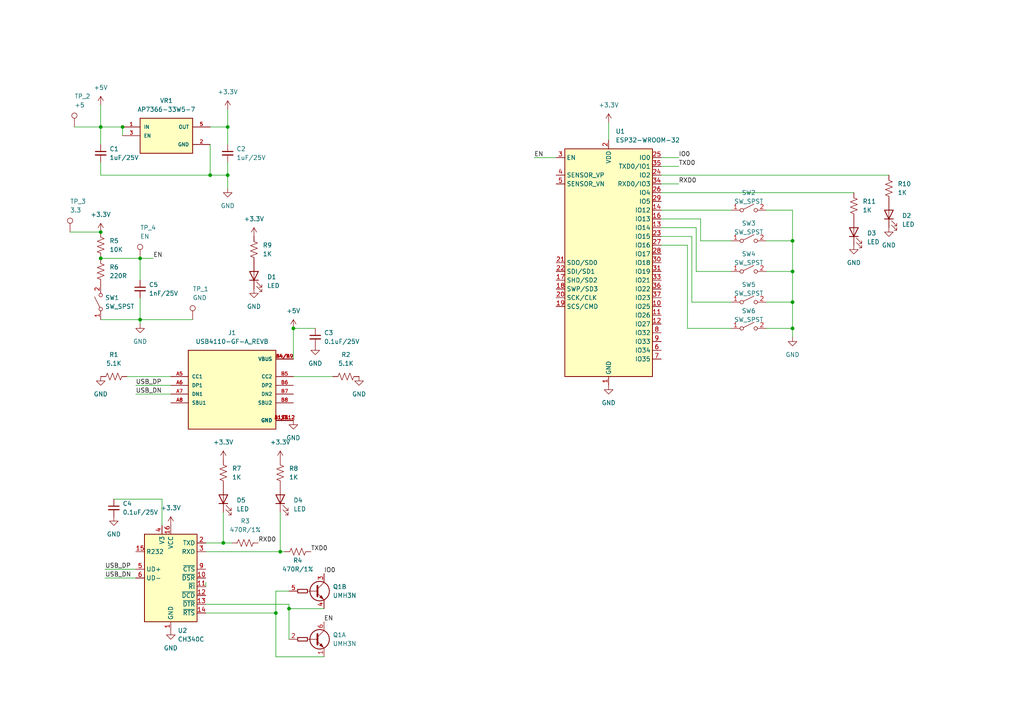
<source format=kicad_sch>
(kicad_sch (version 20211123) (generator eeschema)
  (paper "A4")
  (lib_symbols
    (symbol "2022-08-28_22-36-03:USB4110-GF-A_REVB" (pin_names (offset 1.016))
      (property "Reference" "J" (at -12.7 11.43 0))
      (property "Value" "USB4110-GF-A_REVB" (at -12.7 -15.24 0))
      (symbol "USB4110-GF-A_REVB_0_0"
        (rectangle (start -12.7 -12.7) (end 12.7 10.16) (stroke (width 0.254)) (fill (type background)))
        (pin power_in line (at 17.78 -10.16 180) (length 5.08) (name "GND") (number "A1/B12"))
        (pin power_in line (at 17.78 7.62 180) (length 5.08) (name "VBUS") (number "A4/B9"))
        (pin bidirectional line (at -17.78 2.54 0) (length 5.08) (name "CC1") (number "A5"))
        (pin bidirectional line (at -17.78 0 0) (length 5.08) (name "DP1") (number "A6"))
        (pin bidirectional line (at -17.78 -2.54 0) (length 5.08) (name "DN1") (number "A7"))
        (pin bidirectional line (at -17.78 -5.08 0) (length 5.08) (name "SBU1") (number "A8"))
        (pin power_in line (at 17.78 -10.16 180) (length 5.08) (name "GND") (number "B1/A12"))
        (pin power_in line (at 17.78 7.62 180) (length 5.08) (name "VBUS") (number "B4/A9"))
        (pin bidirectional line (at 17.78 2.54 180) (length 5.08) (name "CC2") (number "B5"))
        (pin bidirectional line (at 17.78 0 180) (length 5.08) (name "DP2") (number "B6"))
        (pin bidirectional line (at 17.78 -2.54 180) (length 5.08) (name "DN2") (number "B7"))
        (pin bidirectional line (at 17.78 -5.08 180) (length 5.08) (name "SBU2") (number "B8"))
        (pin power_in line (at 17.78 -10.16 180) (length 5.08) (name "GND") (number "S1"))
        (pin power_in line (at 17.78 -10.16 180) (length 5.08) (name "GND") (number "S2"))
        (pin power_in line (at 17.78 -10.16 180) (length 5.08) (name "GND") (number "S3"))
        (pin power_in line (at 17.78 -10.16 180) (length 5.08) (name "GND") (number "S4"))
      )
    )
    (symbol "AP7366-33W5-7:AP7366-33W5-7" (pin_names (offset 1.016))
      (property "Reference" "VR" (at -7.62 6.35 0))
      (property "Value" "AP7366-33W5-7" (at -7.62 -6.35 0))
      (symbol "AP7366-33W5-7_0_0"
        (rectangle (start -7.62 -5.08) (end 7.62 5.08) (stroke (width 0.254)) (fill (type background)))
        (pin input line (at -12.7 2.54 0) (length 5.08) (name "IN") (number "1"))
        (pin power_in line (at 12.7 -2.54 180) (length 5.08) (name "GND") (number "2"))
        (pin input line (at -12.7 0 0) (length 5.08) (name "EN") (number "3"))
        (pin output line (at 12.7 2.54 180) (length 5.08) (name "OUT") (number "5"))
      )
    )
    (symbol "Connector:TestPoint" (pin_numbers hide) (pin_names (offset 0.762) hide)
      (property "Reference" "TP" (at 0 6.858 0))
      (property "Value" "TestPoint" (at 0 5.08 0))
      (symbol "TestPoint_0_1"
        (circle (center 0 3.302) (radius 0.762))
      )
      (symbol "TestPoint_1_1"
        (pin passive line (at 0 0 90) (length 2.54) (name "1") (number "1"))
      )
    )
    (symbol "Device:C_Small" (pin_numbers hide) (pin_names (offset 0.254) hide)
      (property "Reference" "C" (at 0.254 1.778 0))
      (property "Value" "C_Small" (at 0.254 -2.032 0))
      (symbol "C_Small_0_1"
        (polyline (pts (xy -1.524 -0.508) (xy 1.524 -0.508)) (stroke (width 0.3302)))
        (polyline (pts (xy -1.524 0.508) (xy 1.524 0.508)) (stroke (width 0.3048)))
      )
      (symbol "C_Small_1_1"
        (pin passive line (at 0 2.54 270) (length 2.032) (name "~") (number "1"))
        (pin passive line (at 0 -2.54 90) (length 2.032) (name "~") (number "2"))
      )
    )
    (symbol "Device:LED" (pin_numbers hide) (pin_names (offset 1.016) hide)
      (property "Reference" "D" (at 0 2.54 0))
      (property "Value" "LED" (at 0 -2.54 0))
      (symbol "LED_0_1"
        (polyline (pts (xy -1.27 -1.27) (xy -1.27 1.27)) (stroke (width 0.254)))
        (polyline (pts (xy -1.27 0) (xy 1.27 0)))
        (polyline (pts (xy 1.27 -1.27) (xy 1.27 1.27) (xy -1.27 0) (xy 1.27 -1.27)) (stroke (width 0.254)))
        (polyline (pts (xy -3.048 -0.762) (xy -4.572 -2.286) (xy -3.81 -2.286) (xy -4.572 -2.286) (xy -4.572 -1.524)))
        (polyline (pts (xy -1.778 -0.762) (xy -3.302 -2.286) (xy -2.54 -2.286) (xy -3.302 -2.286) (xy -3.302 -1.524)))
      )
      (symbol "LED_1_1"
        (pin passive line (at -3.81 0 0) (length 2.54) (name "K") (number "1"))
        (pin passive line (at 3.81 0 180) (length 2.54) (name "A") (number "2"))
      )
    )
    (symbol "Device:R_US" (pin_numbers hide) (pin_names (offset 0))
      (property "Reference" "R" (at 2.54 0 90))
      (property "Value" "R_US" (at -2.54 0 90))
      (symbol "R_US_0_1"
        (polyline (pts (xy 0 -2.286) (xy 0 -2.54)))
        (polyline (pts (xy 0 2.286) (xy 0 2.54)))
        (polyline (pts (xy 0 -0.762) (xy 1.016 -1.143) (xy 0 -1.524) (xy -1.016 -1.905) (xy 0 -2.286)))
        (polyline (pts (xy 0 0.762) (xy 1.016 0.381) (xy 0 0) (xy -1.016 -0.381) (xy 0 -0.762)))
        (polyline (pts (xy 0 2.286) (xy 1.016 1.905) (xy 0 1.524) (xy -1.016 1.143) (xy 0 0.762)))
      )
      (symbol "R_US_1_1"
        (pin passive line (at 0 3.81 270) (length 1.27) (name "~") (number "1"))
        (pin passive line (at 0 -3.81 90) (length 1.27) (name "~") (number "2"))
      )
    )
    (symbol "Interface_USB:CH340C"
      (property "Reference" "U" (at -5.08 13.97 0))
      (property "Value" "CH340C" (at 1.27 13.97 0))
      (symbol "CH340C_0_1"
        (rectangle (start -7.62 12.7) (end 7.62 -12.7) (stroke (width 0.254)) (fill (type background)))
      )
      (symbol "CH340C_1_1"
        (pin power_in line (at 0 -15.24 90) (length 2.54) (name "GND") (number "1"))
        (pin input line (at 10.16 0 180) (length 2.54) (name "~{DSR}") (number "10"))
        (pin input line (at 10.16 -2.54 180) (length 2.54) (name "~{RI}") (number "11"))
        (pin input line (at 10.16 -5.08 180) (length 2.54) (name "~{DCD}") (number "12"))
        (pin output line (at 10.16 -7.62 180) (length 2.54) (name "~{DTR}") (number "13"))
        (pin output line (at 10.16 -10.16 180) (length 2.54) (name "~{RTS}") (number "14"))
        (pin input line (at -10.16 7.62 0) (length 2.54) (name "R232") (number "15"))
        (pin power_in line (at 0 15.24 270) (length 2.54) (name "VCC") (number "16"))
        (pin output line (at 10.16 10.16 180) (length 2.54) (name "TXD") (number "2"))
        (pin input line (at 10.16 7.62 180) (length 2.54) (name "RXD") (number "3"))
        (pin passive line (at -2.54 15.24 270) (length 2.54) (name "V3") (number "4"))
        (pin bidirectional line (at -10.16 2.54 0) (length 2.54) (name "UD+") (number "5"))
        (pin bidirectional line (at -10.16 0 0) (length 2.54) (name "UD-") (number "6"))
        (pin no_connect line (at -7.62 -7.62 0) (length 2.54) hide (name "NC") (number "7"))
        (pin no_connect line (at -7.62 -10.16 0) (length 2.54) hide (name "NC") (number "8"))
        (pin input line (at 10.16 2.54 180) (length 2.54) (name "~{CTS}") (number "9"))
      )
    )
    (symbol "RF_Module:ESP32-WROOM-32"
      (property "Reference" "U" (at -12.7 34.29 0))
      (property "Value" "ESP32-WROOM-32" (at 1.27 34.29 0))
      (symbol "ESP32-WROOM-32_0_1"
        (rectangle (start -12.7 33.02) (end 12.7 -33.02) (stroke (width 0.254)) (fill (type background)))
      )
      (symbol "ESP32-WROOM-32_1_1"
        (pin power_in line (at 0 -35.56 90) (length 2.54) (name "GND") (number "1"))
        (pin bidirectional line (at 15.24 -12.7 180) (length 2.54) (name "IO25") (number "10"))
        (pin bidirectional line (at 15.24 -15.24 180) (length 2.54) (name "IO26") (number "11"))
        (pin bidirectional line (at 15.24 -17.78 180) (length 2.54) (name "IO27") (number "12"))
        (pin bidirectional line (at 15.24 10.16 180) (length 2.54) (name "IO14") (number "13"))
        (pin bidirectional line (at 15.24 15.24 180) (length 2.54) (name "IO12") (number "14"))
        (pin passive line (at 0 -35.56 90) (length 2.54) hide (name "GND") (number "15"))
        (pin bidirectional line (at 15.24 12.7 180) (length 2.54) (name "IO13") (number "16"))
        (pin bidirectional line (at -15.24 -5.08 0) (length 2.54) (name "SHD/SD2") (number "17"))
        (pin bidirectional line (at -15.24 -7.62 0) (length 2.54) (name "SWP/SD3") (number "18"))
        (pin bidirectional line (at -15.24 -12.7 0) (length 2.54) (name "SCS/CMD") (number "19"))
        (pin power_in line (at 0 35.56 270) (length 2.54) (name "VDD") (number "2"))
        (pin bidirectional line (at -15.24 -10.16 0) (length 2.54) (name "SCK/CLK") (number "20"))
        (pin bidirectional line (at -15.24 0 0) (length 2.54) (name "SDO/SD0") (number "21"))
        (pin bidirectional line (at -15.24 -2.54 0) (length 2.54) (name "SDI/SD1") (number "22"))
        (pin bidirectional line (at 15.24 7.62 180) (length 2.54) (name "IO15") (number "23"))
        (pin bidirectional line (at 15.24 25.4 180) (length 2.54) (name "IO2") (number "24"))
        (pin bidirectional line (at 15.24 30.48 180) (length 2.54) (name "IO0") (number "25"))
        (pin bidirectional line (at 15.24 20.32 180) (length 2.54) (name "IO4") (number "26"))
        (pin bidirectional line (at 15.24 5.08 180) (length 2.54) (name "IO16") (number "27"))
        (pin bidirectional line (at 15.24 2.54 180) (length 2.54) (name "IO17") (number "28"))
        (pin bidirectional line (at 15.24 17.78 180) (length 2.54) (name "IO5") (number "29"))
        (pin input line (at -15.24 30.48 0) (length 2.54) (name "EN") (number "3"))
        (pin bidirectional line (at 15.24 0 180) (length 2.54) (name "IO18") (number "30"))
        (pin bidirectional line (at 15.24 -2.54 180) (length 2.54) (name "IO19") (number "31"))
        (pin no_connect line (at -12.7 -27.94 0) (length 2.54) hide (name "NC") (number "32"))
        (pin bidirectional line (at 15.24 -5.08 180) (length 2.54) (name "IO21") (number "33"))
        (pin bidirectional line (at 15.24 22.86 180) (length 2.54) (name "RXD0/IO3") (number "34"))
        (pin bidirectional line (at 15.24 27.94 180) (length 2.54) (name "TXD0/IO1") (number "35"))
        (pin bidirectional line (at 15.24 -7.62 180) (length 2.54) (name "IO22") (number "36"))
        (pin bidirectional line (at 15.24 -10.16 180) (length 2.54) (name "IO23") (number "37"))
        (pin passive line (at 0 -35.56 90) (length 2.54) hide (name "GND") (number "38"))
        (pin passive line (at 0 -35.56 90) (length 2.54) hide (name "GND") (number "39"))
        (pin input line (at -15.24 25.4 0) (length 2.54) (name "SENSOR_VP") (number "4"))
        (pin input line (at -15.24 22.86 0) (length 2.54) (name "SENSOR_VN") (number "5"))
        (pin input line (at 15.24 -25.4 180) (length 2.54) (name "IO34") (number "6"))
        (pin input line (at 15.24 -27.94 180) (length 2.54) (name "IO35") (number "7"))
        (pin bidirectional line (at 15.24 -20.32 180) (length 2.54) (name "IO32") (number "8"))
        (pin bidirectional line (at 15.24 -22.86 180) (length 2.54) (name "IO33") (number "9"))
      )
    )
    (symbol "Switch:SW_SPST" (pin_names (offset 0) hide)
      (property "Reference" "SW" (at 0 3.175 0))
      (property "Value" "SW_SPST" (at 0 -2.54 0))
      (symbol "SW_SPST_0_0"
        (circle (center -2.032 0) (radius 0.508))
        (polyline (pts (xy -1.524 0.254) (xy 1.524 1.778)))
        (circle (center 2.032 0) (radius 0.508))
      )
      (symbol "SW_SPST_1_1"
        (pin passive line (at -5.08 0 0) (length 2.54) (name "A") (number "1"))
        (pin passive line (at 5.08 0 180) (length 2.54) (name "B") (number "2"))
      )
    )
    (symbol "Transistor_BJT:UMH3N" (pin_names hide)
      (property "Reference" "Q" (at 7.62 1.27 0))
      (property "Value" "UMH3N" (at 7.62 -1.27 0))
      (symbol "UMH3N_0_1"
        (polyline (pts (xy 3.175 0) (xy 0.254 0)))
        (polyline (pts (xy 3.175 0.635) (xy 5.08 2.54)))
        (polyline (pts (xy 3.175 1.524) (xy 3.175 -1.524)) (stroke (width 0.508)))
        (polyline (pts (xy 3.175 -0.635) (xy 5.08 -2.54) (xy 5.08 -2.54)))
        (polyline (pts (xy 3.81 -1.778) (xy 4.318 -1.27) (xy 4.826 -2.286) (xy 3.81 -1.778) (xy 3.81 -1.778)) (fill (type outline)))
        (rectangle (start 0.254 0.508) (end -2.54 -0.508) (stroke (width 0.254)))
        (circle (center 3.81 0) (radius 2.8194) (stroke (width 0.254)))
      )
      (symbol "UMH3N_1_1"
        (pin passive line (at 5.08 -5.08 90) (length 2.54) (name "E1") (number "1"))
        (pin input line (at -5.08 0 0) (length 2.54) (name "B1") (number "2"))
        (pin passive line (at 5.08 5.08 270) (length 2.54) (name "C1") (number "6"))
      )
      (symbol "UMH3N_2_1"
        (pin passive line (at 5.08 5.08 270) (length 2.54) (name "C2") (number "3"))
        (pin passive line (at 5.08 -5.08 90) (length 2.54) (name "E2") (number "4"))
        (pin input line (at -5.08 0 0) (length 2.54) (name "B2") (number "5"))
      )
    )
    (symbol "power:+3.3V" (power) (pin_names (offset 0))
      (property "Value" "+3.3V" (at 0 3.556 0))
      (symbol "+3.3V_0_1"
        (polyline (pts (xy -0.762 1.27) (xy 0 2.54)))
        (polyline (pts (xy 0 0) (xy 0 2.54)))
        (polyline (pts (xy 0 2.54) (xy 0.762 1.27)))
      )
      (symbol "+3.3V_1_1"
        (pin power_in line (at 0 0 90) (length 0) hide (name "+3.3V") (number "1"))
      )
    )
    (symbol "power:+5V" (power) (pin_names (offset 0))
      (property "Value" "+5V" (at 0 3.556 0))
      (symbol "+5V_0_1"
        (polyline (pts (xy -0.762 1.27) (xy 0 2.54)))
        (polyline (pts (xy 0 0) (xy 0 2.54)))
        (polyline (pts (xy 0 2.54) (xy 0.762 1.27)))
      )
      (symbol "+5V_1_1"
        (pin power_in line (at 0 0 90) (length 0) hide (name "+5V") (number "1"))
      )
    )
    (symbol "power:GND" (power) (pin_names (offset 0))
      (property "Value" "GND" (at 0 -3.81 0))
      (symbol "GND_0_1"
        (polyline (pts (xy 0 0) (xy 0 -1.27) (xy 1.27 -1.27) (xy 0 -2.54) (xy -1.27 -1.27) (xy 0 -1.27)))
      )
      (symbol "GND_1_1"
        (pin power_in line (at 0 0 270) (length 0) hide (name "GND") (number "1"))
      )
    )
  )
  (junction (at 80.01 177.8))
  (junction (at 229.87 78.74))
  (junction (at 229.87 69.85))
  (junction (at 40.64 74.93))
  (junction (at 66.04 50.8))
  (junction (at 29.21 74.93))
  (junction (at 229.87 87.63))
  (junction (at 81.28 160.02))
  (junction (at 35.56 36.83))
  (junction (at 29.21 67.31))
  (junction (at 29.21 36.83))
  (junction (at 85.09 95.25))
  (junction (at 64.77 157.48))
  (junction (at 60.96 50.8))
  (junction (at 229.87 95.25))
  (junction (at 40.64 92.71))
  (junction (at 66.04 36.83))
  (junction (at 83.82 176.53))
  (wire (pts (xy 200.66 87.63) (xy 212.09 87.63)))
  (wire (pts (xy 59.69 160.02) (xy 81.28 160.02)))
  (wire (pts (xy 80.01 171.45) (xy 80.01 177.8)))
  (wire (pts (xy 29.21 46.99) (xy 29.21 50.8)))
  (wire (pts (xy 29.21 92.71) (xy 40.64 92.71)))
  (wire (pts (xy 83.82 176.53) (xy 83.82 185.42)))
  (wire (pts (xy 40.64 92.71) (xy 55.88 92.71)))
  (wire (pts (xy 35.56 36.83) (xy 35.56 39.37)))
  (wire (pts (xy 81.28 148.59) (xy 81.28 160.02)))
  (wire (pts (xy 222.25 69.85) (xy 229.87 69.85)))
  (wire (pts (xy 66.04 31.75) (xy 66.04 36.83)))
  (wire (pts (xy 80.01 190.5) (xy 93.98 190.5)))
  (wire (pts (xy 40.64 86.36) (xy 40.64 92.71)))
  (wire (pts (xy 191.77 55.88) (xy 247.65 55.88)))
  (wire (pts (xy 64.77 148.59) (xy 64.77 157.48)))
  (wire (pts (xy 83.82 175.26) (xy 83.82 176.53)))
  (wire (pts (xy 199.39 95.25) (xy 212.09 95.25)))
  (wire (pts (xy 29.21 30.48) (xy 29.21 36.83)))
  (wire (pts (xy 81.28 160.02) (xy 82.55 160.02)))
  (wire (pts (xy 66.04 46.99) (xy 66.04 50.8)))
  (wire (pts (xy 229.87 78.74) (xy 229.87 87.63)))
  (wire (pts (xy 191.77 45.72) (xy 196.85 45.72)))
  (wire (pts (xy 191.77 48.26) (xy 196.85 48.26)))
  (wire (pts (xy 229.87 69.85) (xy 229.87 78.74)))
  (wire (pts (xy 201.93 78.74) (xy 212.09 78.74)))
  (wire (pts (xy 29.21 50.8) (xy 60.96 50.8)))
  (wire (pts (xy 39.37 167.64) (xy 30.48 167.64)))
  (wire (pts (xy 222.25 60.96) (xy 229.87 60.96)))
  (wire (pts (xy 222.25 95.25) (xy 229.87 95.25)))
  (wire (pts (xy 229.87 87.63) (xy 229.87 95.25)))
  (wire (pts (xy 191.77 50.8) (xy 257.81 50.8)))
  (wire (pts (xy 67.31 157.48) (xy 64.77 157.48)))
  (wire (pts (xy 29.21 36.83) (xy 35.56 36.83)))
  (wire (pts (xy 200.66 68.58) (xy 200.66 87.63)))
  (wire (pts (xy 85.09 109.22) (xy 96.52 109.22)))
  (wire (pts (xy 59.69 175.26) (xy 83.82 175.26)))
  (wire (pts (xy 66.04 41.91) (xy 66.04 36.83)))
  (wire (pts (xy 93.98 176.53) (xy 83.82 176.53)))
  (wire (pts (xy 229.87 60.96) (xy 229.87 69.85)))
  (wire (pts (xy 60.96 41.91) (xy 60.96 50.8)))
  (wire (pts (xy 191.77 71.12) (xy 199.39 71.12)))
  (wire (pts (xy 20.32 67.31) (xy 29.21 67.31)))
  (wire (pts (xy 199.39 71.12) (xy 199.39 95.25)))
  (wire (pts (xy 59.69 168.91) (xy 59.69 170.18)))
  (wire (pts (xy 191.77 66.04) (xy 201.93 66.04)))
  (wire (pts (xy 229.87 95.25) (xy 229.87 97.79)))
  (wire (pts (xy 40.64 74.93) (xy 44.45 74.93)))
  (wire (pts (xy 191.77 60.96) (xy 212.09 60.96)))
  (wire (pts (xy 154.94 45.72) (xy 161.29 45.72)))
  (wire (pts (xy 83.82 171.45) (xy 80.01 171.45)))
  (wire (pts (xy 176.53 35.56) (xy 176.53 40.64)))
  (wire (pts (xy 29.21 41.91) (xy 29.21 36.83)))
  (wire (pts (xy 36.83 109.22) (xy 49.53 109.22)))
  (wire (pts (xy 203.2 69.85) (xy 212.09 69.85)))
  (wire (pts (xy 39.37 114.3) (xy 49.53 114.3)))
  (wire (pts (xy 46.99 144.78) (xy 46.99 152.4)))
  (wire (pts (xy 21.59 36.83) (xy 29.21 36.83)))
  (wire (pts (xy 39.37 111.76) (xy 49.53 111.76)))
  (wire (pts (xy 222.25 87.63) (xy 229.87 87.63)))
  (wire (pts (xy 64.77 157.48) (xy 59.69 157.48)))
  (wire (pts (xy 33.02 144.78) (xy 46.99 144.78)))
  (wire (pts (xy 191.77 68.58) (xy 200.66 68.58)))
  (wire (pts (xy 66.04 50.8) (xy 66.04 54.61)))
  (wire (pts (xy 40.64 92.71) (xy 40.64 93.98)))
  (wire (pts (xy 60.96 36.83) (xy 66.04 36.83)))
  (wire (pts (xy 201.93 66.04) (xy 201.93 78.74)))
  (wire (pts (xy 30.48 165.1) (xy 39.37 165.1)))
  (wire (pts (xy 85.09 95.25) (xy 91.44 95.25)))
  (wire (pts (xy 80.01 177.8) (xy 80.01 190.5)))
  (wire (pts (xy 40.64 81.28) (xy 40.64 74.93)))
  (wire (pts (xy 191.77 63.5) (xy 203.2 63.5)))
  (wire (pts (xy 40.64 74.93) (xy 29.21 74.93)))
  (wire (pts (xy 59.69 177.8) (xy 80.01 177.8)))
  (wire (pts (xy 85.09 95.25) (xy 85.09 104.14)))
  (wire (pts (xy 191.77 53.34) (xy 196.85 53.34)))
  (wire (pts (xy 222.25 78.74) (xy 229.87 78.74)))
  (wire (pts (xy 203.2 63.5) (xy 203.2 69.85)))
  (wire (pts (xy 60.96 50.8) (xy 66.04 50.8)))
  (label "USB_DN" (at 39.37 114.3 0))
  (label "RXD0" (at 74.93 157.48 0))
  (label "TXD0" (at 196.85 48.26 0))
  (label "EN" (at 154.94 45.72 0))
  (label "RXD0" (at 196.85 53.34 0))
  (label "TXD0" (at 90.17 160.02 0))
  (label "EN" (at 44.45 74.93 0))
  (label "IO0" (at 196.85 45.72 0))
  (label "USB_DP" (at 39.37 111.76 0))
  (label "USB_DN" (at 30.48 167.64 0))
  (label "USB_DP" (at 30.48 165.1 0))
  (label "IO0" (at 93.98 166.37 0))
  (label "EN" (at 93.98 180.34 0))
  (symbol (lib_id "Switch:SW_SPST") (at 217.17 95.25 0) (unit 1)
    (property "Reference" "SW6" (at 217.17 90.17 0))
    (property "Value" "SW_SPST" (at 217.17 92.71 0))
    (property "Footprint" "Button_Switch_THT:SW_PUSH-12mm" (effects hide))
  )
  (symbol (lib_id "Device:C_Small") (at 29.21 44.45 0) (unit 1)
    (property "Reference" "C1" (at 31.75 43.1862 0) (effects (justify left)))
    (property "Value" "1uF/25V" (at 31.75 45.7262 0) (effects (justify left)))
    (property "Footprint" "Capacitor_SMD:C_1206_3216Metric" (effects hide))
  )
  (symbol (lib_id "Device:R_US") (at 33.02 109.22 90) (unit 1)
    (property "Reference" "R1" (at 33.02 102.87 90))
    (property "Value" "5.1K" (at 33.02 105.41 90))
    (property "Footprint" "Resistor_SMD:R_1206_3216Metric" (effects hide))
  )
  (symbol (lib_id "Device:LED") (at 73.66 80.01 90) (unit 1)
    (property "Reference" "D1" (at 77.47 80.3274 90) (effects (justify right)))
    (property "Value" "LED" (at 77.47 82.8674 90) (effects (justify right)))
    (property "Footprint" "LED_SMD:LED_1206_3216Metric_Pad1.42x1.75mm_HandSolder" (effects hide))
  )
  (symbol (lib_id "Device:C_Small") (at 66.04 44.45 0) (unit 1)
    (property "Reference" "C2" (at 68.58 43.1862 0) (effects (justify left)))
    (property "Value" "1uF/25V" (at 68.58 45.7262 0) (effects (justify left)))
    (property "Footprint" "Capacitor_SMD:C_1206_3216Metric" (effects hide))
  )
  (symbol (lib_id "Device:C_Small") (at 40.64 83.82 0) (unit 1)
    (property "Reference" "C5" (at 43.18 82.5562 0) (effects (justify left)))
    (property "Value" "1nF/25V" (at 43.18 85.0962 0) (effects (justify left)))
    (property "Footprint" "Capacitor_SMD:C_1206_3216Metric" (effects hide))
  )
  (symbol (lib_id "Device:R_US") (at 71.12 157.48 90) (unit 1)
    (property "Reference" "R3" (at 71.12 151.13 90))
    (property "Value" "470R/1%" (at 71.12 153.67 90))
    (property "Footprint" "Resistor_SMD:R_1206_3216Metric" (effects hide))
  )
  (symbol (lib_id "power:GND") (at 29.21 109.22 0) (unit 1)
    (property "Reference" "#PWR0111" (effects hide))
    (property "Value" "GND" (at 29.21 114.3 0))
  )
  (symbol (lib_id "Switch:SW_SPST") (at 29.21 87.63 90) (unit 1)
    (property "Reference" "SW1" (at 30.48 86.3599 90) (effects (justify right)))
    (property "Value" "SW_SPST" (at 30.48 88.8999 90) (effects (justify right)))
    (property "Footprint" "2022-08-28_16-25-05:SW_B3U-3000P" (effects hide))
  )
  (symbol (lib_id "Switch:SW_SPST") (at 217.17 87.63 0) (unit 1)
    (property "Reference" "SW5" (at 217.17 82.55 0))
    (property "Value" "SW_SPST" (at 217.17 85.09 0))
    (property "Footprint" "Button_Switch_THT:SW_PUSH-12mm" (effects hide))
  )
  (symbol (lib_id "Device:R_US") (at 64.77 137.16 180) (unit 1)
    (property "Reference" "R7" (at 67.31 135.8899 0) (effects (justify right)))
    (property "Value" "1K" (at 67.31 138.4299 0) (effects (justify right)))
    (property "Footprint" "Resistor_SMD:R_1206_3216Metric" (effects hide))
  )
  (symbol (lib_id "2022-08-28_22-36-03:USB4110-GF-A_REVB") (at 67.31 111.76 0) (unit 1)
    (property "Reference" "J1" (at 67.31 96.52 0))
    (property "Value" "USB4110-GF-A_REVB" (at 67.31 99.06 0))
    (property "Footprint" "2022-08-28_16-25-05:GCT_USB4110-GF-A_REVB" (effects hide))
    (property "STANDARD" "Manufacturer Recommendations" (effects hide))
    (property "PARTREV" "B" (effects hide))
    (property "MANUFACTURER" "GCT" (effects hide))
    (property "MAXIMUM_PACKAGE_HEIGHT" "3.26 mm" (effects hide))
  )
  (symbol (lib_id "Connector:TestPoint") (at 21.59 36.83 0) (unit 1)
    (property "Reference" "TP_2" (at 21.59 27.94 0) (effects (justify left)))
    (property "Value" "+5" (at 21.59 30.48 0) (effects (justify left)))
    (property "Footprint" "TestPoint:TestPoint_THTPad_1.5x1.5mm_Drill0.7mm" (effects hide))
  )
  (symbol (lib_id "power:GND") (at 73.66 83.82 0) (unit 1)
    (property "Reference" "#PWR0121" (effects hide))
    (property "Value" "GND" (at 73.66 88.9 0))
  )
  (symbol (lib_id "power:+3.3V") (at 29.21 67.31 0) (unit 1)
    (property "Reference" "#PWR0114" (effects hide))
    (property "Value" "+3.3V" (at 29.21 62.23 0))
  )
  (symbol (lib_id "Device:R_US") (at 100.33 109.22 90) (unit 1)
    (property "Reference" "R2" (at 100.33 102.87 90))
    (property "Value" "5.1K" (at 100.33 105.41 90))
    (property "Footprint" "Resistor_SMD:R_1206_3216Metric" (effects hide))
  )
  (symbol (lib_id "power:GND") (at 49.53 182.88 0) (unit 1)
    (property "Reference" "#PWR0108" (effects hide))
    (property "Value" "GND" (at 49.53 187.96 0))
  )
  (symbol (lib_id "power:GND") (at 247.65 71.12 0) (unit 1)
    (property "Reference" "#PWR0122" (effects hide))
    (property "Value" "GND" (at 247.65 76.2 0))
  )
  (symbol (lib_id "Device:C_Small") (at 91.44 97.79 0) (unit 1)
    (property "Reference" "C3" (at 93.98 96.5262 0) (effects (justify left)))
    (property "Value" "0.1uF/25V" (at 93.98 99.0662 0) (effects (justify left)))
    (property "Footprint" "Capacitor_SMD:C_1206_3216Metric" (effects hide))
  )
  (symbol (lib_id "Device:LED") (at 81.28 144.78 90) (unit 1)
    (property "Reference" "D4" (at 85.09 145.0974 90) (effects (justify right)))
    (property "Value" "LED" (at 85.09 147.6374 90) (effects (justify right)))
    (property "Footprint" "LED_SMD:LED_1206_3216Metric_Pad1.42x1.75mm_HandSolder" (effects hide))
  )
  (symbol (lib_id "Transistor_BJT:UMH3N") (at 88.9 171.45 0) (unit 2)
    (property "Reference" "Q1" (at 96.52 170.1799 0) (effects (justify left)))
    (property "Value" "UMH3N" (at 96.52 172.7199 0) (effects (justify left)))
    (property "Footprint" "Package_TO_SOT_SMD:SOT-363_SC-70-6" (effects hide))
    (property "Datasheet" "http://rohmfs.rohm.com/en/products/databook/datasheet/discrete/transistor/digital/emh3t2r-e.pdf" (effects hide))
  )
  (symbol (lib_id "power:GND") (at 229.87 97.79 0) (unit 1)
    (property "Reference" "#PWR0116" (effects hide))
    (property "Value" "GND" (at 229.87 102.87 0))
  )
  (symbol (lib_id "RF_Module:ESP32-WROOM-32") (at 176.53 76.2 0) (unit 1)
    (property "Reference" "U1" (at 178.5494 38.1 0) (effects (justify left)))
    (property "Value" "ESP32-WROOM-32" (at 178.5494 40.64 0) (effects (justify left)))
    (property "Footprint" "RF_Module:ESP32-WROOM-32" (effects hide))
    (property "Datasheet" "https://www.espressif.com/sites/default/files/documentation/esp32-wroom-32_datasheet_en.pdf" (effects hide))
  )
  (symbol (lib_id "Device:R_US") (at 247.65 59.69 180) (unit 1)
    (property "Reference" "R11" (at 250.19 58.4199 0) (effects (justify right)))
    (property "Value" "1K" (at 250.19 60.9599 0) (effects (justify right)))
    (property "Footprint" "Resistor_SMD:R_1206_3216Metric" (effects hide))
  )
  (symbol (lib_id "power:GND") (at 66.04 54.61 0) (unit 1)
    (property "Reference" "#PWR0101" (effects hide))
    (property "Value" "GND" (at 66.04 59.69 0))
  )
  (symbol (lib_id "power:GND") (at 176.53 111.76 0) (unit 1)
    (property "Reference" "#PWR0104" (effects hide))
    (property "Value" "GND" (at 176.53 116.84 0))
  )
  (symbol (lib_id "Interface_USB:CH340C") (at 49.53 167.64 0) (unit 1)
    (property "Reference" "U2" (at 51.5494 182.88 0) (effects (justify left)))
    (property "Value" "CH340C" (at 51.5494 185.42 0) (effects (justify left)))
    (property "Footprint" "Package_SO:SOIC-16_3.9x9.9mm_P1.27mm" (effects hide))
    (property "Datasheet" "https://datasheet.lcsc.com/szlcsc/Jiangsu-Qin-Heng-CH340C_C84681.pdf" (effects hide))
  )
  (symbol (lib_id "power:GND") (at 85.09 121.92 0) (unit 1)
    (property "Reference" "#PWR0103" (effects hide))
    (property "Value" "GND" (at 85.09 127 0))
  )
  (symbol (lib_id "power:GND") (at 91.44 100.33 0) (unit 1)
    (property "Reference" "#PWR0113" (effects hide))
    (property "Value" "GND" (at 91.44 105.41 0))
  )
  (symbol (lib_id "Switch:SW_SPST") (at 217.17 78.74 0) (unit 1)
    (property "Reference" "SW4" (at 217.17 73.66 0))
    (property "Value" "SW_SPST" (at 217.17 76.2 0))
    (property "Footprint" "Button_Switch_THT:SW_PUSH-12mm" (effects hide))
  )
  (symbol (lib_id "power:+3.3V") (at 66.04 31.75 0) (unit 1)
    (property "Reference" "#PWR0102" (effects hide))
    (property "Value" "+3.3V" (at 66.04 26.67 0))
  )
  (symbol (lib_id "AP7366-33W5-7:AP7366-33W5-7") (at 48.26 39.37 0) (unit 1)
    (property "Reference" "VR1" (at 48.26 29.21 0))
    (property "Value" "AP7366-33W5-7" (at 48.26 31.75 0))
    (property "Footprint" "SOT95P285X140-5N" (effects hide))
    (property "STANDARD" "IPC-7351B" (effects hide))
    (property "MAXIMUM_PACKAGE_HEIGHT" "1.4 mm" (effects hide))
    (property "MANUFACTURER" "DIODES" (effects hide))
    (property "PARTREV" "1-2" (effects hide))
  )
  (symbol (lib_id "Device:C_Small") (at 33.02 147.32 0) (unit 1)
    (property "Reference" "C4" (at 35.56 146.0562 0) (effects (justify left)))
    (property "Value" "0.1uF/25V" (at 35.56 148.5962 0) (effects (justify left)))
    (property "Footprint" "Capacitor_SMD:C_1206_3216Metric" (effects hide))
  )
  (symbol (lib_id "Connector:TestPoint") (at 55.88 92.71 0) (unit 1)
    (property "Reference" "TP_1" (at 55.88 83.82 0) (effects (justify left)))
    (property "Value" "GND" (at 55.88 86.36 0) (effects (justify left)))
    (property "Footprint" "TestPoint:TestPoint_THTPad_1.5x1.5mm_Drill0.7mm" (effects hide))
  )
  (symbol (lib_id "power:GND") (at 257.81 66.04 0) (unit 1)
    (property "Reference" "#PWR0119" (effects hide))
    (property "Value" "GND" (at 257.81 71.12 0))
  )
  (symbol (lib_id "Switch:SW_SPST") (at 217.17 69.85 0) (unit 1)
    (property "Reference" "SW3" (at 217.17 64.77 0))
    (property "Value" "SW_SPST" (at 217.17 67.31 0))
    (property "Footprint" "Button_Switch_THT:SW_PUSH-12mm" (effects hide))
  )
  (symbol (lib_id "Device:R_US") (at 257.81 54.61 180) (unit 1)
    (property "Reference" "R10" (at 260.35 53.3399 0) (effects (justify right)))
    (property "Value" "1K" (at 260.35 55.8799 0) (effects (justify right)))
    (property "Footprint" "Resistor_SMD:R_1206_3216Metric" (effects hide))
  )
  (symbol (lib_id "power:GND") (at 104.14 109.22 0) (unit 1)
    (property "Reference" "#PWR0112" (effects hide))
    (property "Value" "GND" (at 104.14 114.3 0))
  )
  (symbol (lib_id "Device:R_US") (at 86.36 160.02 90) (unit 1)
    (property "Reference" "R4" (at 86.36 162.56 90))
    (property "Value" "470R/1%" (at 86.36 165.1 90))
    (property "Footprint" "Resistor_SMD:R_1206_3216Metric" (effects hide))
  )
  (symbol (lib_id "Switch:SW_SPST") (at 217.17 60.96 0) (unit 1)
    (property "Reference" "SW2" (at 217.17 55.88 0))
    (property "Value" "SW_SPST" (at 217.17 58.42 0))
    (property "Footprint" "Button_Switch_THT:SW_PUSH-12mm" (effects hide))
  )
  (symbol (lib_id "power:+5V") (at 85.09 95.25 0) (unit 1)
    (property "Reference" "#PWR0106" (effects hide))
    (property "Value" "+5V" (at 85.09 90.17 0))
  )
  (symbol (lib_id "Device:LED") (at 64.77 144.78 90) (unit 1)
    (property "Reference" "D5" (at 68.58 145.0974 90) (effects (justify right)))
    (property "Value" "LED" (at 68.58 147.6374 90) (effects (justify right)))
    (property "Footprint" "LED_SMD:LED_1206_3216Metric_Pad1.42x1.75mm_HandSolder" (effects hide))
  )
  (symbol (lib_id "power:+3.3V") (at 49.53 152.4 0) (unit 1)
    (property "Reference" "#PWR0110" (effects hide))
    (property "Value" "+3.3V" (at 49.53 147.32 0))
  )
  (symbol (lib_id "Device:LED") (at 257.81 62.23 90) (unit 1)
    (property "Reference" "D2" (at 261.62 62.5474 90) (effects (justify right)))
    (property "Value" "LED" (at 261.62 65.0874 90) (effects (justify right)))
    (property "Footprint" "LED_SMD:LED_1206_3216Metric_Pad1.42x1.75mm_HandSolder" (effects hide))
  )
  (symbol (lib_id "power:+5V") (at 29.21 30.48 0) (unit 1)
    (property "Reference" "#PWR0109" (effects hide))
    (property "Value" "+5V" (at 29.21 25.4 0))
  )
  (symbol (lib_id "Device:LED") (at 247.65 67.31 90) (unit 1)
    (property "Reference" "D3" (at 251.46 67.6274 90) (effects (justify right)))
    (property "Value" "LED" (at 251.46 70.1674 90) (effects (justify right)))
    (property "Footprint" "LED_SMD:LED_1206_3216Metric_Pad1.42x1.75mm_HandSolder" (effects hide))
  )
  (symbol (lib_id "power:+3.3V") (at 64.77 133.35 0) (unit 1)
    (property "Reference" "#PWR0117" (effects hide))
    (property "Value" "+3.3V" (at 64.77 128.27 0))
  )
  (symbol (lib_id "power:GND") (at 33.02 149.86 0) (unit 1)
    (property "Reference" "#PWR0107" (effects hide))
    (property "Value" "GND" (at 33.02 154.94 0))
  )
  (symbol (lib_id "Transistor_BJT:UMH3N") (at 88.9 185.42 0) (unit 1)
    (property "Reference" "Q1" (at 96.52 184.1499 0) (effects (justify left)))
    (property "Value" "UMH3N" (at 96.52 186.6899 0) (effects (justify left)))
    (property "Footprint" "Package_TO_SOT_SMD:SOT-363_SC-70-6" (effects hide))
    (property "Datasheet" "http://rohmfs.rohm.com/en/products/databook/datasheet/discrete/transistor/digital/emh3t2r-e.pdf" (effects hide))
  )
  (symbol (lib_id "Connector:TestPoint") (at 40.64 74.93 0) (unit 1)
    (property "Reference" "TP_4" (at 40.64 66.04 0) (effects (justify left)))
    (property "Value" "EN" (at 40.64 68.58 0) (effects (justify left)))
    (property "Footprint" "TestPoint:TestPoint_THTPad_1.5x1.5mm_Drill0.7mm" (effects hide))
  )
  (symbol (lib_id "Device:R_US") (at 73.66 72.39 180) (unit 1)
    (property "Reference" "R9" (at 76.2 71.1199 0) (effects (justify right)))
    (property "Value" "1K" (at 76.2 73.6599 0) (effects (justify right)))
    (property "Footprint" "Resistor_SMD:R_1206_3216Metric" (effects hide))
  )
  (symbol (lib_id "Device:R_US") (at 29.21 78.74 180) (unit 1)
    (property "Reference" "R6" (at 31.75 77.4699 0) (effects (justify right)))
    (property "Value" "220R" (at 31.75 80.0099 0) (effects (justify right)))
    (property "Footprint" "Resistor_SMD:R_1206_3216Metric" (effects hide))
  )
  (symbol (lib_id "power:+3.3V") (at 176.53 35.56 0) (unit 1)
    (property "Reference" "#PWR0105" (effects hide))
    (property "Value" "+3.3V" (at 176.53 30.48 0))
  )
  (symbol (lib_id "power:+3.3V") (at 73.66 68.58 0) (unit 1)
    (property "Reference" "#PWR0120" (effects hide))
    (property "Value" "+3.3V" (at 73.66 63.5 0))
  )
  (symbol (lib_id "Device:R_US") (at 29.21 71.12 180) (unit 1)
    (property "Reference" "R5" (at 31.75 69.8499 0) (effects (justify right)))
    (property "Value" "10K" (at 31.75 72.3899 0) (effects (justify right)))
    (property "Footprint" "Resistor_SMD:R_1206_3216Metric" (effects hide))
  )
  (symbol (lib_id "power:GND") (at 40.64 93.98 0) (unit 1)
    (property "Reference" "#PWR0115" (effects hide))
    (property "Value" "GND" (at 40.64 99.06 0))
  )
  (symbol (lib_id "Device:R_US") (at 81.28 137.16 180) (unit 1)
    (property "Reference" "R8" (at 83.82 135.8899 0) (effects (justify right)))
    (property "Value" "1K" (at 83.82 138.4299 0) (effects (justify right)))
    (property "Footprint" "Resistor_SMD:R_1206_3216Metric" (effects hide))
  )
  (symbol (lib_id "power:+3.3V") (at 81.28 133.35 0) (unit 1)
    (property "Reference" "#PWR0118" (effects hide))
    (property "Value" "+3.3V" (at 81.28 128.27 0))
  )
  (symbol (lib_id "Connector:TestPoint") (at 20.32 67.31 0) (unit 1)
    (property "Reference" "TP_3" (at 20.32 58.42 0) (effects (justify left)))
    (property "Value" "3.3" (at 20.32 60.96 0) (effects (justify left)))
    (property "Footprint" "TestPoint:TestPoint_THTPad_1.5x1.5mm_Drill0.7mm" (effects hide))
  )
)
</source>
